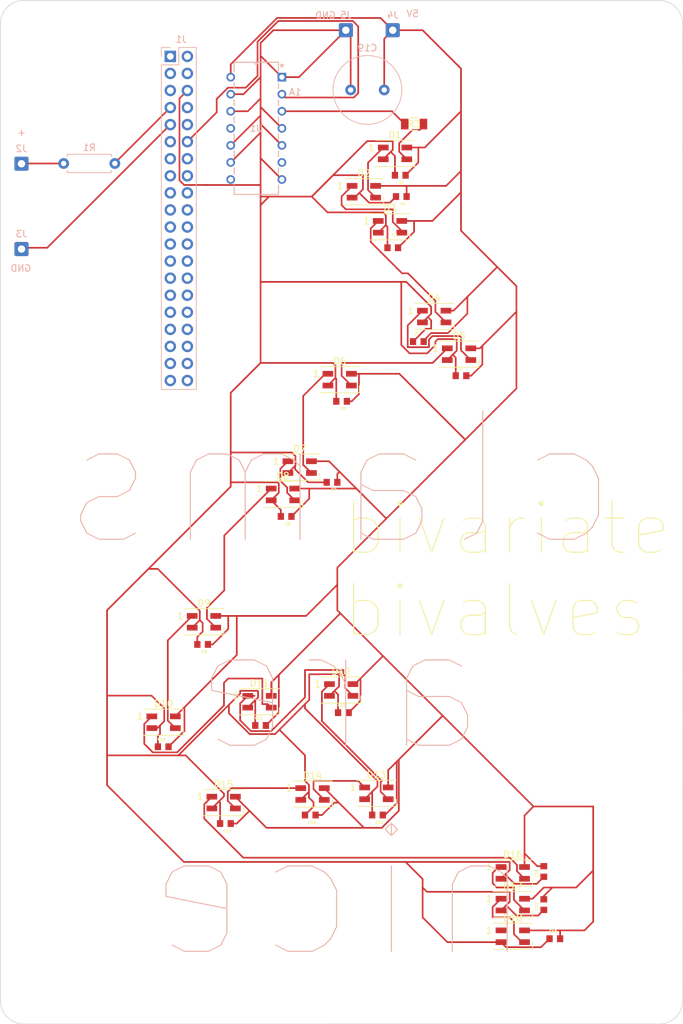
<source format=kicad_pcb>
(kicad_pcb (version 20221018) (generator pcbnew)
  (layers (0 "F.Cu" signal) (31 "B.Cu" signal) (34 "B.Paste" user) (35 "F.Paste" user) (36 "B.SilkS" user "B.Silkscreen") (37 "F.SilkS" user "F.Silkscreen") (38 "B.Mask" user) (39 "F.Mask" user) (44 "Edge.Cuts" user))
  (net 0 "")
  (net 1 "Net-(D1-VSS)")
  (net 2 "Net-(D1-VDD)")
  (net 3 "Net-(D1-DOUT)")
  (net 4 "Net-(D1-DIN)")
  (net 5 "Net-(D4-DOUT)")
  (net 6 "Net-(D7-DOUT)")
  (net 7 "Net-(D8-DOUT)")
  (net 8 "Net-(D10-DOUT)")
  (net 9 "Net-(D10-DIN)")
  (net 10 "Net-(D13-DOUT)")
  (net 11 "Net-(D14-DOUT)")
  (net 17 "Net-(J1-Pin_7)")
  (net 21 "Net-(J1-Pin_12)")
  (net 24 "unconnected-(J1-Pin_15-Pad15)")
  (net 50 "Net-(U1-1Y)")
  (net 54 "Net-(D15-DOUT)")
  (net 55 "Net-(J1-Pin_9)")
  (net 56 "Net-(J2-Pin_1)")
  (net 57 "Net-(D2-DOUT)")
  (net 58 "Net-(D3-DOUT)")
  (net 59 "Net-(D5-DOUT)")
  (net 60 "Net-(D6-DOUT)")
  (net 61 "Net-(D11-DOUT)")
  (net 62 "Net-(D12-DOUT)")
  (net 63 "Net-(D16-DOUT)")
  (net 64 "Net-(D17-DOUT)")
  (footprint "LED_SMD:LED_SK6812MINI_PLCC4_3.5x3.5mm_P1.75mm" (layer "F.Cu") (at 106.00168 150.52166)
    (fp_text reference "D13")
    (fp_text value "SK6812MINI" hide)
  )
  (footprint "LED_SMD:LED_SK6812MINI_PLCC4_3.5x3.5mm_P1.75mm" (layer "F.Cu") (at 126.3039 162.36822)
    (fp_text reference "D16")
    (fp_text value "SK6812MINI" hide)
  )
  (footprint "LED_SMD:LED_SK6812MINI_PLCC4_3.5x3.5mm_P1.75mm" (layer "F.Cu") (at 100.75658 135.13434)
    (fp_text reference "D12")
    (fp_text value "SK6812MINI" hide)
  )
  (footprint "LED_SMD:LED_SK6812MINI_PLCC4_3.5x3.5mm_P1.75mm" (layer "F.Cu") (at 96.48684 150.62072)
    (fp_text reference "D14")
    (fp_text value "SK6812MINI" hide)
  )
  (footprint "capacitors:CAPC1608X100N" (layer "F.Cu") (at 101.08 138.51)
    (fp_text reference "C12")
    (fp_text value "C")
  )
  (footprint "capacitors:CAPC1608X100N" (layer "F.Cu") (at 106.16 153.75 180)
    (fp_text reference "C13")
    (fp_text value "C")
  )
  (footprint "LED_SMD:LED_SK6812MINI_PLCC4_3.5x3.5mm_P1.75mm" (layer "F.Cu") (at 126.3039 167.085)
    (fp_text reference "D17")
    (fp_text value "SK6812MINI" hide)
  )
  (footprint "" (layer "F.Cu") (at 76.57 35.945 -90)
    (fp_text reference "")
    (fp_text value "")
  )
  (footprint "LED_SMD:LED_SK6812MINI_PLCC4_3.5x3.5mm_P1.75mm" (layer "F.Cu") (at 104.12716 60.95618)
    (fp_text reference "D2")
    (fp_text value "SK6812MINI" hide)
  )
  (footprint "" (layer "F.Cu") (at 53.57 35.945 -90)
    (fp_text reference "")
    (fp_text value "")
  )
  (footprint "LED_SMD:LED_SK6812MINI_PLCC4_3.5x3.5mm_P1.75mm" (layer "F.Cu") (at 108.02606 66.17588)
    (fp_text reference "D3")
    (fp_text value "SK6812MINI" hide)
  )
  (footprint "LED_SMD:LED_SK6812MINI_PLCC4_3.5x3.5mm_P1.75mm" (layer "F.Cu") (at 118.3029 85.14206)
    (fp_text reference "D5")
    (fp_text value "SK6812MINI" hide)
  )
  (footprint "" (layer "F.Cu") (at 76.57 93.945 -90)
    (fp_text reference "")
    (fp_text value "")
  )
  (footprint "MountingHole:MountingHole_2.1mm" (layer "F.Cu") (at 99.82 179.77)
    (fp_text reference "REF**" hide)
    (fp_text value "MountingHole_2.1mm" hide)
  )
  (footprint "MountingHole:MountingHole_2.1mm" (layer "F.Cu") (at 54.29 140.47)
    (fp_text reference "REF**" hide)
    (fp_text value "MountingHole_2.1mm" hide)
  )
  (footprint "capacitors:CAPC1608X100N" (layer "F.Cu") (at 92.56 109.3 180)
    (fp_text reference "C8")
    (fp_text value "C")
  )
  (footprint "capacitors:CAPC1608X100N" (layer "F.Cu") (at 109.55 58.5 180)
    (fp_text reference "C1")
    (fp_text value "C")
  )
  (footprint "capacitors:CAPC1608X100N" (layer "F.Cu") (at 130.925 167.085 90)
    (fp_text reference "C17")
    (fp_text value "C")
  )
  (footprint "capacitors:CAPC1608X100N" (layer "F.Cu") (at 112.245 83.265)
    (fp_text reference "C4")
    (fp_text value "C")
  )
  (footprint "capacitors:CAPC1608X100N" (layer "F.Cu") (at 108.435 69.295 180)
    (fp_text reference "C3")
    (fp_text value "C")
  )
  (footprint "LED_SMD:LED_SK6812MINI_PLCC4_3.5x3.5mm_P1.75mm" (layer "F.Cu") (at 108.77028 55.24626)
    (fp_text reference "D1")
    (fp_text value "SK6812MINI")
  )
  (footprint "MountingHole:MountingHole_2.1mm" (layer "F.Cu") (at 147.46 36.34)
    (fp_text reference "REF**" hide)
    (fp_text value "MountingHole_2.1mm" hide)
  )
  (footprint "LED_SMD:LED_SK6812MINI_PLCC4_3.5x3.5mm_P1.75mm" (layer "F.Cu") (at 126.3039 171.80432)
    (fp_text reference "D18")
    (fp_text value "SK6812MINI" hide)
  )
  (footprint "capacitors:CAPC1608X100N" (layer "F.Cu") (at 109.705 61.675 180)
    (fp_text reference "C2")
    (fp_text value "C")
  )
  (footprint "capacitors:CAPC1608X100N" (layer "F.Cu") (at 83.515 155.02 180)
    (fp_text reference "C15")
    (fp_text value "C")
  )
  (footprint "LED_SMD:LED_SK6812MINI_PLCC4_3.5x3.5mm_P1.75mm" (layer "F.Cu") (at 100.5229 88.93174)
    (fp_text reference "D6")
    (fp_text value "SK6812MINI" hide)
  )
  (footprint "capacitors:CAPC1608X100N" (layer "F.Cu") (at 130.925 162.16 90)
    (fp_text reference "C16")
    (fp_text value "C")
  )
  (footprint "LED_SMD:LED_SK6812MINI_PLCC4_3.5x3.5mm_P1.75mm" (layer "F.Cu") (at 74.30756 139.93748)
    (fp_text reference "D10")
    (fp_text value "SK6812MINI" hide)
  )
  (footprint "capacitors:CAPC1608X100N" (layer "F.Cu") (at 132.565 172.165)
    (fp_text reference "C18")
    (fp_text value "C")
  )
  (footprint "capacitors:CAPC1608X100N" (layer "F.Cu") (at 88.75 140.415)
    (fp_text reference "C11")
    (fp_text value "C")
  )
  (footprint "LED_SMD:LED_SK6812MINI_PLCC4_3.5x3.5mm_P1.75mm" (layer "F.Cu") (at 92.08502 106.02086)
    (fp_text reference "D8")
    (fp_text value "SK6812MINI" hide)
  )
  (footprint "LED_SMD:LED_SK6812MINI_PLCC4_3.5x3.5mm_P1.75mm" (layer "F.Cu") (at 94.57168 101.95432)
    (fp_text reference "D7")
    (fp_text value "SK6812MINI" hide)
  )
  (footprint "" (layer "F.Cu") (at 53.57 93.945 -90)
    (fp_text reference "")
    (fp_text value "")
  )
  (footprint "LED_SMD:LED_SK6812MINI_PLCC4_3.5x3.5mm_P1.75mm" (layer "F.Cu") (at 88.59252 136.8844)
    (fp_text reference "D11")
    (fp_text value "SK6812MINI" hide)
  )
  (footprint "capacitors:CAPC1608X100N" (layer "F.Cu") (at 74.255 143.59)
    (fp_text reference "C10")
    (fp_text value "C")
  )
  (footprint "capacitors:CAPC1608X100N" (layer "F.Cu") (at 100.815 92.155 180)
    (fp_text reference "C6")
    (fp_text value "C")
  )
  (footprint "footprints:RC1206N_YAG" (layer "F.Cu") (at 111.61 50.88)
    (fp_text reference "R3")
    (fp_text value "RC1206JR-07300RL")
  )
  (footprint "capacitors:CAPC1608X100N" (layer "F.Cu") (at 80.125 128.35 180)
    (fp_text reference "C9")
    (fp_text value "C")
  )
  (footprint "LED_SMD:LED_SK6812MINI_PLCC4_3.5x3.5mm_P1.75mm" (layer "F.Cu") (at 114.6072 79.53628)
    (fp_text reference "D4")
    (fp_text value "SK6812MINI" hide)
  )
  (footprint "LED_SMD:LED_SK6812MINI_PLCC4_3.5x3.5mm_P1.75mm" (layer "F.Cu") (at 80.32228 124.98196)
    (fp_text reference "D9")
    (fp_text value "SK6812MINI" hide)
  )
  (footprint "capacitors:CAPC1608X100N" (layer "F.Cu") (at 99.39 104.22 180)
    (fp_text reference "C7")
    (fp_text value "C")
  )
  (footprint "capacitors:CAPC1608X100N" (layer "F.Cu") (at 118.595 88.345)
    (fp_text reference "C5")
    (fp_text value "C")
  )
  (footprint "LED_SMD:LED_SK6812MINI_PLCC4_3.5x3.5mm_P1.75mm" (layer "F.Cu") (at 83.24582 151.8958)
    (fp_text reference "D15")
    (fp_text value "SK6812MINI" hide)
  )
  (footprint "capacitors:CAPC1608X100N" (layer "F.Cu") (at 96.155 153.75 180)
    (fp_text reference "C14")
    (fp_text value "C")
  )
  (footprint "Connector_PinSocket_2.54mm:PinSocket_2x20_P2.54mm_Vertical" (layer "B.Cu") (at 75.31 40.805 180)
    (fp_text reference "J1")
    (fp_text value "Conn_02x20_Odd_Even" hide)
  )
  (footprint "Connector_Wire:SolderWire-0.5sqmm_1x01_D0.9mm_OD2.1mm" (layer "B.Cu") (at 101.45 36.91 180)
    (fp_text reference "J5")
    (fp_text value "Conn_01x01")
  )
  (footprint "Resistor_THT:R_Axial_DIN0207_L6.3mm_D2.5mm_P7.62mm_Horizontal" (layer "B.Cu") (at 67.05 56.75 180)
    (fp_text reference "R1")
    (fp_text value "R")
  )
  (footprint "levelshifter:N14" (layer "B.Cu") (at 84.305 59.135 180)
    (fp_text reference "U1")
    (fp_text value "SN74AHCT125N")
  )
  (footprint "Connector_Wire:SolderWire-0.5sqmm_1x01_D0.9mm_OD2.1mm" (layer "B.Cu") (at 53.15 69.49 180)
    (fp_text reference "J3")
    (fp_text value "Conn_01x01" hide)
  )
  (footprint "Capacitor_THT:C_Radial_D10.0mm_H16.0mm_P5.00mm" (layer "B.Cu") (at 107.165 45.8 180)
    (fp_text reference "C19")
    (fp_text value "C")
  )
  (footprint "Connector_Wire:SolderWire-0.5sqmm_1x01_D0.9mm_OD2.1mm" (layer "B.Cu") (at 108.435 36.91 180)
    (fp_text reference "J4")
    (fp_text value "Conn_01x01" hide)
  )
  (footprint "Connector_Wire:SolderWire-0.5sqmm_1x01_D0.9mm_OD2.1mm" (layer "B.Cu") (at 53.15 56.79 180)
    (fp_text reference "J2")
    (fp_text value "Conn_01x01" hide)
  )
  (gr_arc (start 148.1 32.48) (mid 150.634375 33.561618) (end 151.606799 36.139863) (stroke (width 0.1)) (layer "Edge.Cuts"))
  (gr_line (start 148.1 32.48) (end 53.659863 32.463201) (stroke (width 0.1)) (layer "Edge.Cuts"))
  (gr_line (start 151.606799 36.139863) (end 151.62 181.35) (stroke (width 0.1)) (layer "Edge.Cuts"))
  (gr_line (start 53.52 184.86) (end 147.960137 184.856799) (stroke (width 0.1)) (layer "Edge.Cuts"))
  (gr_arc (start 50 35.97) (mid 51.081618 33.435624) (end 53.659863 32.463201) (stroke (width 0.1)) (layer "Edge.Cuts"))
  (gr_line (start 50 35.97) (end 50.013201 181.200137) (stroke (width 0.1)) (layer "Edge.Cuts"))
  (gr_arc (start 53.52 184.86) (mid 50.985625 183.778382) (end 50.013201 181.200137) (stroke (width 0.1)) (layer "Edge.Cuts"))
  (gr_arc (start 151.62 181.35) (mid 150.538382 183.884375) (end 147.960137 184.856799) (stroke (width 0.1)) (layer "Edge.Cuts"))
  (gr_text "+" (at 53.88 52.72) (layer "B.SilkS") (effects (font (size 1 1)) (justify left bottom mirror)))
  (gr_text "1A\n" (at 94.9 46.7) (layer "B.SilkS") (effects (font (size 1 1)) (justify left bottom mirror)))
  (gr_text "GND\n" (at 54.68 72.93) (layer "B.SilkS") (effects (font (size 1 1)) (justify left bottom mirror)))
  (gr_text "clams\nare\nnice" (at 100.52 176.37) (layer "B.SilkS") (effects (font (size 19.05 19.05)) (justify bottom mirror)))
  (gr_text "5V\n" (at 112.4 35.03) (layer "B.SilkS") (effects (font (size 1 1)) (justify left bottom mirror)))
  (gr_text "GND\n" (at 100.03 35.29) (layer "B.SilkS") (effects (font (size 1 1)) (justify left bottom mirror)))
  (gr_text "bivariate\nbivalves" (at 100.7 127.83) (layer "F.SilkS") (effects (font (size 7.62 7.62)) (justify left bottom)))
  (segment (start 114.15 80.09) (end 113.66424 79.60424) (width 0.25) (layer "F.Cu") (net 1))
  (segment (start 113.515 165.18) (end 125.845 165.18) (width 0.25) (layer "F.Cu") (net 1))
  (segment (start 130.09 168.71) (end 126.835 168.71) (width 0.25) (layer "F.Cu") (net 1))
  (segment (start 95.365 144.86) (end 91.555 141.05) (width 0.25) (layer "F.Cu") (net 1))
  (segment (start 88.75 43.895) (end 88.75 47.07) (width 0.25) (layer "F.Cu") (net 1))
  (segment (start 83.3 150.575) (end 83.3 150.96662) (width 0.25) (layer "F.Cu") (net 1))
  (segment (start 84.305 99.775) (end 84.305 104.22) (width 0.25) (layer "F.Cu") (net 1))
  (segment (start 88.75 43.895) (end 86.21 46.435) (width 0.25) (layer "F.Cu") (net 1))
  (segment (start 100.29 135.815) (end 99.74546 135.27046) (width 0.25) (layer "F.Cu") (net 1))
  (segment (start 114.15 81.36) (end 114.15 80.09) (width 0.25) (layer "F.Cu") (net 1))
  (segment (start 103.99 58.5) (end 103.99 60.59334) (width 0.25) (layer "F.Cu") (net 1))
  (segment (start 93.94668 101.70432) (end 93.9005 101.7505) (width 0.25) (layer "F.Cu") (net 1))
  (segment (start 112.88 164.545) (end 113.515 165.18) (width 0.25) (layer "F.Cu") (net 1))
  (segment (start 84.305 56.595) (end 88.75 52.15) (width 0.25) (layer "F.Cu") (net 1))
  (segment (start 101.45 36.91) (end 94.465 43.895) (width 0.25) (layer "F.Cu") (net 1))
  (segment (start 96.635 151.845) (end 95.952698 151.162698) (width 0.25) (layer "F.Cu") (net 1))
  (segment (start 88.75 40.72) (end 88.75 43.895) (width 0.25) (layer "F.Cu") (net 1))
  (segment (start 125.845 165.18) (end 125.845 166.6689) (width 0.25) (layer "F.Cu") (net 1))
  (segment (start 100.025 92.155) (end 100.025 88.80884) (width 0.25) (layer "F.Cu") (net 1))
  (segment (start 98.725 64.03) (end 106.98 64.03) (width 0.25) (layer "F.Cu") (net 1))
  (segment (start 112.88 164.545) (end 112.88 163.275) (width 0.25) (layer "F.Cu") (net 1))
  (segment (start 131.775 172.165) (end 130.51068 173.42932) (width 0.25) (layer "F.Cu") (net 1))
  (segment (start 76.675 59.261701) (end 77.363299 59.95) (width 0.25) (layer "F.Cu") (net 1))
  (segment (start 117.805 88.345) (end 117.805 85.65) (width 0.25) (layer "F.Cu") (net 1))
  (segment (start 129.88178 163.99322) (end 126.56322 163.99322) (width 0.25) (layer "F.Cu") (net 1))
  (segment (start 96.635 152.48) (end 96.635 151.845) (width 0.25) (layer "F.Cu") (net 1))
  (segment (start 83.3 150.96662) (end 82.54331 151.72331) (width 0.25) (layer "F.Cu") (net 1))
  (segment (start 82.725 155.02) (end 82.725 151.905) (width 0.25) (layer "F.Cu") (net 1))
  (segment (start 74.41 139.78) (end 73.775 140.415) (width 0.25) (layer "F.Cu") (net 1))
  (segment (start 93.9005 101.7505) (end 92.82168 102.82932) (width 0.25) (layer "F.Cu") (net 1))
  (segment (start 104.625 53.42) (end 108.435 53.42) (width 0.25) (layer "F.Cu") (net 1))
  (segment (start 110.44592 74.375) (end 114.15 78.07908) (width 0.25) (layer "F.Cu") (net 1))
  (segment (start 88.75 49.61) (end 84.305 54.055) (width 0.25) (layer "F.Cu") (net 1))
  (segment (start 108.00882 62.58118) (end 104.89618 62.58118) (width 0.25) (layer "F.Cu") (net 1))
  (segment (start 73.44532 117.105) (end 79.69728 123.35696) (width 0.25) (layer "F.Cu") (net 1))
  (segment (start 99.545 86.44) (end 99.8979 86.7929) (width 0.25) (layer "F.Cu") (net 1))
  (segment (start 84.305 104.22) (end 84.305 104.855) (width 0.25) (layer "F.Cu") (net 1))
  (segment (start 96 136.605) (end 96 132.795) (width 0.25) (layer "F.Cu") (net 1))
  (segment (start 122.67 172.67932) (end 116.56932 172.67932) (width 0.25) (layer "F.Cu") (net 1))
  (segment (start 80.125 126.445) (end 80.125 125.15968) (width 0.25) (layer "F.Cu") (net 1))
  (segment (start 113.36 81.36) (end 114.15 81.36) (width 0.25) (layer "F.Cu") (net 1))
  (segment (start 91.29 104.22) (end 91.46002 104.39002) (width 0.25) (layer "F.Cu") (net 1))
  (segment (start 88.75 86.44) (end 99.545 86.44) (width 0.25) (layer "F.Cu") (net 1))
  (segment (start 112.88 168.99) (end 112.88 164.545) (width 0.25) (layer "F.Cu") (net 1))
  (segment (start 88.75 38.815) (end 88.75 40.72) (width 0.25) (layer "F.Cu") (net 1))
  (segment (start 88.75 52.15) (end 88.75 54.055) (width 0.25) (layer "F.Cu") (net 1))
  (segment (start 102.165 37.625) (end 101.45 36.91) (width 0.25) (layer "F.Cu") (net 1))
  (segment (start 108.76 58.5) (end 108.76 55.65) (width 0.25) (layer "F.Cu") (net 1))
  (segment (start 88.72 59.955) (end 88.75 59.985) (width 0.25) (layer "F.Cu") (net 1))
  (segment (start 90.905 141.7) (end 91.555 141.05) (width 0.25) (layer "F.Cu") (net 1))
  (segment (start 109.705 83.781396) (end 110.940664 85.01706) (width 0.25) (layer "F.Cu") (net 1))
  (segment (start 88.75 54.055) (end 88.75 55.96) (width 0.25) (layer "F.Cu") (net 1))
  (segment (start 87.87096 136.73096) (end 86.84252 137.7594) (width 0.25) (layer "F.Cu") (net 1))
  (segment (start 94.73684 151.49572) (end 95.952698 150.279862) (width 0.25) (layer "F.Cu") (net 1))
  (segment (start 95.365 153.75) (end 96.635 152.48) (width 0.25) (layer "F.Cu") (net 1))
  (segment (start 104.89618 62.58118) (end 103.44917 61.13417) (width 0.25) (layer "F.Cu") (net 1))
  (segment (start 73.465 141.995) (end 73.465 143.59) (width 0.25) (layer "F.Cu") (net 1))
  (segment (start 91.925 43.895) (end 88.75 40.72) (width 0.25) (layer "F.Cu") (net 1))
  (segment (start 77.363299 59.95) (end 80.875 59.95) (width 0.25) (layer "F.Cu") (net 1))
  (segment (start 107.645 66.16982) (end 107.40106 65.92588) (width 0.25) (layer "F.Cu") (net 1))
  (segment (start 90.655 36.91) (end 88.75 38.815) (width 0.25) (layer "F.Cu") (net 1))
  (segment (start 74.41 137.875) (end 74.41 139.78) (width 0.25) (layer "F.Cu") (net 1))
  (segment (start 76.501396 144.875) (end 84.035698 137.340698) (width 0.25) (layer "F.Cu") (net 1))
  (segment (start 65.89 144.86) (end 65.905 144.875) (width 0.25) (layer "F.Cu") (net 1))
  (segment (start 91.925 59.135) (end 88.75 55.96) (width 0.25) (layer "F.Cu") (net 1))
  (segment (start 88.3044 135.2594) (end 88.38 135.335) (width 0.25) (layer "F.Cu") (net 1))
  (segment (start 86.21 46.435) (end 84.305 46.435) (width 0.25) (layer "F.Cu") (net 1))
  (segment (start 88.38 135.335) (end 88.38 136.22192) (width 0.25) (layer "F.Cu") (net 1))
  (segment (start 87.96 136.82) (end 87.87096 136.73096) (width 0.25) (layer "F.Cu") (net 1))
  (segment (start 73.775 140.415) (end 73.775 141.685) (width 0.25) (layer "F.Cu") (net 1))
  (segment (start 106.159302 149.489038) (end 105.61667 150.03167) (width 0.25) (layer "F.Cu") (net 1))
  (segment (start 84.305 90.885) (end 84.305 99.775) (width 0.25) (layer "F.Cu") (net 1))
  (segment (start 117.805 85.65) (end 117.36248 85.20748) (width 0.25) (layer "F.Cu") (net 1))
  (segment (start 100.29 138.51) (end 100.29 135.815) (width 0.25) (layer "F.Cu") (net 1))
  (segment (start 130.51068 173.42932) (end 125.3039 173.42932) (width 0.25) (layer "F.Cu") (net 1))
  (segment (start 91.77 109.3) (end 91.77 108.33084) (width 0.25) (layer "F.Cu") (net 1))
  (segment (start 80.36 59.955) (end 80.88 59.955) (width 0.25) (layer "F.Cu") (net 1))
  (segment (start 84.035698 138.612094) (end 87.123604 141.7) (width 0.25) (layer "F.Cu") (net 1))
  (segment (start 96 132.795) (end 100.445 132.795) (width 0.25) (layer "F.Cu") (net 1))
  (segment (start 65.905 144.875) (end 76.501396 144.875) (width 0.25) (layer "F.Cu") (net 1))
  (segment (start 99.8979 88.68174) (end 98.7729 89.80674) (width 0.25) (layer "F.Cu") (net 1))
  (segment (start 88.75 50.88) (end 88.75 52.15) (width 0.25) (layer "F.Cu") (net 1))
  (segment (start 91.555 141.05) (end 95.365 137.24) (width 0.25) (layer "F.Cu") (net 1))
  (segment (start 100.025 88.80884) (end 99.8979 88.68174) (width 0.25) (layer "F.Cu") (net 1))
  (segment (start 106.159302 148.670698) (end 106.159302 149.489038) (width 0.25) (layer "F.Cu") (net 1))
  (segment (start 88.75 48.34) (end 88.75 49.61) (width 0.25) (layer "F.Cu") (net 1))
  (segment (start 96.37 61.675) (end 104.625 53.42) (width 0.25) (layer "F.Cu") (net 1))
  (segment (start 91.46002 104.39002) (end 91.46002 105.77086) (width 0.25) (layer "F.Cu") (net 1))
  (segment (start 88.75 50.88) (end 91.925 54.055) (width 0.25) (layer "F.Cu") (net 1))
  (segment (start 88.75 47.07) (end 86.845 48.975) (width 0.25) (layer "F.Cu") (net 1))
  (segment (start 113.549336 85.01706) (end 114.785 83.781396) (width 0.25) (layer "F.Cu") (net 1))
  (segment (start 99.545 58.5) (end 103.99 58.5) (width 0.25) (layer "F.Cu") (net 1))
  (segment (start 125.845 160.735) (end 125.845 161.95212) (width 0.25) (layer "F.Cu") (net 1))
  (segment (start 88.38 136.22192) (end 87.87096 136.73096) (width 0.25) (layer "F.Cu") (net 1))
  (segment (start 88.75 86.44) (end 84.305 90.885) (width 0.25) (layer "F.Cu") (net 1))
  (segment (start 88.75 59.985) (end 88.75 60.405) (width 0.25) (layer "F.Cu") (net 1))
  (segment (start 84.305 104.22) (end 91.29 104.22) (width 0.25) (layer "F.Cu") (net 1))
  (segment (start 96.37 61.675) (end 98.725 64.03) (width 0.25) (layer "F.Cu") (net 1))
  (segment (start 102.165 45.8) (end 102.165 37.625) (width 0.25) (layer "F.Cu") (net 1))
  (segment (start 76.675 47.06) (end 76.675 59.261701) (width 0.25) (layer "F.Cu") (net 1))
  (segment (start 130.925 162.95) (end 129.88178 163.99322) (width 0.25) (layer "F.Cu") (net 1))
  (segment (start 88.75 55.96) (end 88.75 58.5) (width 0.25) (layer "F.Cu") (net 1))
  (segment (start 88.75 48.34) (end 91.925 51.515) (width 0.25) (layer "F.Cu") (net 1))
  (segment (start 95.365 148.67) (end 95.365 144.86) (width 0.25) (layer "F.Cu") (net 1))
  (segment (start 108.435 53.42) (end 108.435 54.70654) (width 0.25) (layer "F.Cu") (net 1))
  (segment (start 115.155 82.895) (end 117.96 82.895) (width 0.25) (layer "F.Cu") (net 1))
  (segment (start 117.96 84.60996) (end 117.36248 85.20748) (width 0.25) (layer "F.Cu") (net 1))
  (segment (start 112.88 163.275) (end 110.34 160.735) (width 0.25) (layer "F.Cu") (net 1))
  (segment (start 103.44917 61.13417) (end 102.75216 61.83118) (width 0.25) (layer "F.Cu") (net 1))
  (segment (start 95.952698 151.162698) (end 95.952698 150.279862) (width 0.25) (layer "F.Cu") (net 1))
  (segment (start 125.18356 162.61356) (end 124.5539 163.24322) (width 0.25) (layer "F.Cu") (net 1))
  (segment (start 95.365 137.24) (end 95.365 137.876396) (width 0.25) (layer "F.Cu") (net 1))
  (segment (start 93.94668 100.32932) (end 93.94668 101.70432) (width 0.25) (layer "F.Cu") (net 1))
  (segment (start 94.465 43.895) (end 91.925 43.895) (width 0.25) (layer "F.Cu") (net 1))
  (segment (start 96.37 61.675) (end 99.545 58.5) (width 0.25) (layer "F.Cu") (net 1))
  (segment (start 65.89 149.305) (end 65.89 144.86) (width 0.25) (layer "F.Cu") (net 1))
  (segment (start 107.40106 64.45106) (end 107.40106 65.92588) (width 0.25) (layer "F.Cu") (net 1))
  (segment (start 79.335 128.35) (end 79.335 127.235) (width 0.25) (layer "F.Cu") (net 1))
  (segment (start 88.75 47.07) (end 88.75 48.34) (width 0.25) (layer "F.Cu") (net 1))
  (segment (start 125.845 161.95212) (end 125.18356 162.61356) (width 0.25) (layer "F.Cu") (net 1))
  (segment (start 72.505 135.97) (end 74.41 137.875) (width 0.25) (layer "F.Cu") (net 1))
  (segment (start 77.85 45.885) (end 76.675 47.06) (width 0.25) (layer "F.Cu") (net 1))
  (segment (start 73.37752 140.81248) (end 72.55756 140.81248) (width 0.25) (layer "F.Cu") (net 1))
  (segment (start 77.6 144.875) (end 83.3 150.575) (width 0.25) (layer "F.Cu") (net 1))
  (segment (start 88.75 60.405) (end 88.75 61.675) (width 0.25) (layer "F.Cu") (net 1))
  (segment (start 84.305 104.855) (end 72.055 117.105) (width 0.25) (layer "F.Cu") (net 1))
  (segment (start 106.98 64.03) (end 107.40106 64.45106) (width 0.25) (layer "F.Cu") (net 1))
  (segment (start 108.435 54.70654) (end 108.12577 55.01577) (width 0.25) (layer "F.Cu") (net 1))
  (segment (start 65.89 135.97) (end 72.505 135.97) (width 0.25) (layer "F.Cu") (net 1))
  (segment (start 88.75 74.375) (end 88.75 77.55) (width 0.25) (layer "F.Cu") (net 1))
  (segment (start 114.15 78.07908) (end 114.15 79.11848) (width 0.25) (layer "F.Cu") (net 1))
  (segment (start 130.925 167.875) (end 130.09 168.71) (width 0.25) (layer "F.Cu") (net 1))
  (segment (start 82.725 151.905) (end 82.54331 151.72331) (width 0.25) (layer "F.Cu") (net 1))
  (segment (start 84.305 99.775) (end 93.39236 99.775) (width 0.25) (layer "F.Cu") (net 1))
  (segment (start 125.3039 173.42932) (end 124.5539 172.67932) (width 0.25) (layer "F.Cu") (net 1))
  (segment (start 91.46002 105.77086) (end 90.33502 106.89586) (width 0.25) (layer "F.Cu") (net 1))
  (segment (start 80.875 59.95) (end 80.88 59.955) (width 0.25) (layer "F.Cu") (net 1))
  (segment (start 125.31945 167.19445) (end 124.5539 167.96) (width 0.25) (layer "F.Cu") (net 1))
  (segment (start 103.99 60.59334) (end 103.44917 61.13417) (width 0.25) (layer "F.Cu") (net 1))
  (segment (start 105.37 150.27834) (end 105.61667 150.03167) (width 0.25) (layer "F.Cu") (net 1))
  (segment (start 88.75 80.725) (end 88.75 86.44) (width 0.25) (layer "F.Cu") (net 1))
  (segment (start 77.32 160.735) (end 65.89 149.305) (width 0.25) (layer "F.Cu") (net 1))
  (segment (start 84.035698 137.340698) (end 84.035698 138.612094) (width 0.25) (layer "F.Cu") (net 1))
  (segment (start 126.56322 163.99322) (end 125.18356 162.61356) (width 0.25) (layer "F.Cu") (net 1))
  (segment (start 88.75 58.5) (end 88.75 59.77) (width 0.25) (layer "F.Cu") (net 1))
  (segment (start 110.34 160.735) (end 125.845 160.735) (width 0.25) (layer "F.Cu") (net 1))
  (segment (start 76.501396 144.875) (end 77.6 144.875) (width 0.25) (layer "F.Cu") (net 1))
  (segment (start 98.6 104.22) (end 95.83736 104.22) (width 0.25) (layer "F.Cu") (net 1))
  (segment (start 107.645 69.295) (end 107.645 66.16982) (width 0.25) (layer "F.Cu") (net 1))
  (segment (start 88.75 59.77) (end 88.75 59.985) (width 0.25) (layer "F.Cu") (net 1))
  (segment (start 105.37 153.75) (end 105.37 150.27834) (width 0.25) (layer "F.Cu") (net 1))
  (segment (start 85.71752 135.658876) (end 85.71752 135.2594) (width 0.25) (layer "F.Cu") (net 1))
  (segment (start 91.77 108.33084) (end 90.33502 106.89586) (width 0.25) (layer "F.Cu") (net 1))
  (segment (start 101.45 36.91) (end 90.655 36.91) (width 0.25) (layer "F.Cu") (net 1))
  (segment (start 108.915 61.675) (end 108.00882 62.58118) (width 0.25) (layer "F.Cu") (net 1))
  (segment (start 107.40106 65.92588) (end 106.27606 67.05088) (width 0.25) (layer "F.Cu") (net 1))
  (segment (start 88.75 61.675) (end 88.75 62.945) (width 0.25) (layer "F.Cu") (net 1))
  (segment (start 114.15 79.11848) (end 113.66424 79.60424) (width 0.25) (layer "F.Cu") (net 1))
  (segment (start 87.123604 141.7) (end 90.905 141.7) (width 0.25) (layer "F.Cu") (net 1))
  (segment (start 80.88 59.955) (end 88.72 59.955) (width 0.25) (layer "F.Cu") (net 1))
  (segment (start 108.76 55.65) (end 108.12577 55.01577) (width 0.25) (layer "F.Cu") (net 1))
  (segment (start 73.775 141.685) (end 73.465 141.995) (width 0.25) (layer "F.Cu") (net 1))
  (segment (start 126.835 168.71) (end 125.31945 167.19445) (width 0.25) (layer "F.Cu") (net 1))
  (segment (start 125.845 166.6689) (end 125.31945 167.19445) (width 0.25) (layer "F.Cu") (net 1))
  (segment (start 93.39236 99.775) (end 93.94668 100.32932) (width 0.25) (layer "F.Cu") (net 1))
  (segment (start 80.125 125.15968) (end 79.69728 124.73196) (width 0.25) (layer "F.Cu") (net 1))
  (segment (start 73.775 140.415) (end 73.37752 140.81248) (width 0.25) (layer "F.Cu") (net 1))
  (segment (start 79.69728 123.35696) (end 79.69728 124.73196) (width 0.25) (layer "F.Cu") (net 1))
  (segment (start 108.12577 55.01577) (end 107.02028 56.12126) (width 0.25) (layer "F.Cu") (net 1))
  (segment (start 95.365 137.24) (end 96 136.605) (width 0.25) (layer "F.Cu") (net 1))
  (segment (start 105.61667 150.03167) (end 104.25168 151.39666) (width 0.25) (layer "F.Cu") (net 1))
  (segment (start 86.845 48.975) (end 84.305 48.975) (width 0.25) (layer "F.Cu") (net 1))
  (segment (start 85.71752 135.2594) (end 88.3044 135.2594) (width 0.25) (layer "F.Cu") (net 1))
  (segment (start 117.96 82.895) (end 117.96 84.60996) (width 0.25) (layer "F.Cu") (net 1))
  (segment (start 84.035698 137.340698) (end 85.71752 135.658876) (width 0.25) (layer "F.Cu") (net 1))
  (segment (start 113.66424 79.60424) (end 112.8572 80.41128) (width 0.25) (layer "F.Cu") (net 1))
  (segment (start 95.365 137.876396) (end 106.159302 148.670698) (width 0.25) (layer "F.Cu") (net 1))
  (segment (start 116.56932 172.67932) (end 112.88 168.99) (width 0.25) (layer "F.Cu") (net 1))
  (segment (start 82.54331 151.72331) (end 81.49582 152.7708) (width 0.25) (layer "F.Cu") (net 1))
  (segment (start 65.89 144.86) (end 65.89 135.97) (width 0.25) (layer "F.Cu") (net 1))
  (segment (start 117.36248 85.20748) (end 116.5529 86.01706) (width 0.25) (layer "F.Cu") (net 1))
  (segment (start 87.96 140.415) (end 87.96 136.82) (width 0.25) (layer "F.Cu") (net 1))
  (segment (start 109.705 74.375) (end 110.44592 74.375) (width 0.25) (layer "F.Cu") (net 1))
  (segment (start 88.75 74.375) (end 109.705 74.375) (width 0.25) (layer "F.Cu") (net 1))
  (segment (start 114.785 83.781396) (end 114.785 83.265) (width 0.25) (layer "F.Cu") (net 1))
  (segment (start 79.69728 124.73196) (end 78.57228 125.85696) (width 0.25) (layer "F.Cu") (net 1))
  (segment (start 102.75216 61.83118) (end 102.37716 61.83118) (width 0.25) (layer "F.Cu") (net 1))
  (segment (start 93.9005 102.28314) (end 93.9005 101.7505) (width 0.25) (layer "F.Cu") (net 1))
  (segment (start 95.83736 104.22) (end 93.9005 102.28314) (width 0.25) (layer "F.Cu") (net 1))
  (segment (start 100.445 134.57092) (end 99.74546 135.27046) (width 0.25) (layer "F.Cu") (net 1))
  (segment (start 110.940664 85.01706) (end 113.549336 85.01706) (width 0.25) (layer "F.Cu") (net 1))
  (segment (start 95.952698 149.257698) (end 95.365 148.67) (width 0.25) (layer "F.Cu") (net 1))
  (segment (start 110.34 160.735) (end 77.32 160.735) (width 0.25) (layer "F.Cu") (net 1))
  (segment (start 95.952698 150.279862) (end 95.952698 149.257698) (width 0.25) (layer "F.Cu") (net 1))
  (segment (start 79.335 127.235) (end 80.125 126.445) (width 0.25) (layer "F.Cu") (net 1))
  (segment (start 124.5539 172.67932) (end 122.67 172.67932) (width 0.25) (layer "F.Cu") (net 1))
  (segment (start 88.75 77.55) (end 88.75 80.725) (width 0.25) (layer "F.Cu") (net 1))
  (segment (start 88.75 62.945) (end 88.75 74.375) (width 0.25) (layer "F.Cu") (net 1))
  (segment (start 99.8979 86.7929) (end 99.8979 88.68174) (width 0.25) (layer "F.Cu") (net 1))
  (segment (start 65.89 123.27) (end 65.89 135.97) (width 0.25) (layer "F.Cu") (net 1))
  (segment (start 95.735 61.675) (end 96.37 61.675) (width 0.25) (layer "F.Cu") (net 1))
  (segment (start 72.055 117.105) (end 73.44532 117.105) (width 0.25) (layer "F.Cu") (net 1))
  (segment (start 109.705 74.375) (end 109.705 83.781396) (width 0.25) (layer "F.Cu") (net 1))
  (segment (start 72.055 117.105) (end 65.89 123.27) (width 0.25) (layer "F.Cu") (net 1))
  (segment (start 88.75 49.61) (end 88.75 50.88) (width 0.25) (layer "F.Cu") (net 1))
  (segment (start 100.445 132.795) (end 100.445 134.57092) (width 0.25) (layer "F.Cu") (net 1))
  (segment (start 111.455 83.265) (end 113.36 81.36) (width 0.25) (layer "F.Cu") (net 1))
  (segment (start 88.75 62.945) (end 89.86382 61.83118) (width 0.25) (layer "F.Cu") (net 1))
  (segment (start 88.75 61.675) (end 95.735 61.675) (width 0.25) (layer "F.Cu") (net 1))
  (segment (start 99.74546 135.27046) (end 99.00658 136.00934) (width 0.25) (layer "F.Cu") (net 1))
  (segment (start 114.785 83.265) (end 115.155 82.895) (width 0.25) (layer "F.Cu") (net 1))
  (segment (start 103.355 88.05674) (end 102.2729 88.05674) (width 0.25) (layer "F.Cu") (net 2))
  (segment (start 83.935 124.10696) (end 82.07228 124.10696) (width 0.25) (layer "F.Cu") (net 2))
  (segment (start 112.245 54.37126) (end 110.52028 54.37126) (width 0.25) (layer "F.Cu") (net 2))
  (segment (start 126.85 78.82) (end 126.85 90.25) (width 0.25) (layer "F.Cu") (net 2))
  (segment (start 130.925 165.815) (end 132.195 164.545) (width 0.25) (layer "F.Cu") (net 2))
  (segment (start 126.85 90.25) (end 119.23 97.87) (width 0.25) (layer "F.Cu") (net 2))
  (segment (start 138.28 152.48) (end 138.28 162.005) (width 0.25) (layer "F.Cu") (net 2))
  (segment (start 118.595 57.865) (end 118.595 58.5) (width 0.25) (layer "F.Cu") (net 2))
  (segment (start 130.925 161.37) (end 129.9589 161.37) (width 0.25) (layer "F.Cu") (net 2))
  (segment (start 100.39056 151.89944) (end 98.23684 149.74572) (width 0.25) (layer "F.Cu") (net 2))
  (segment (start 107.165 45.8) (end 107.165 38.18) (width 0.25) (layer "F.Cu") (net 2))
  (segment (start 91.555 132.795) (end 90.34252 134.00748) (width 0.25) (layer "F.Cu") (net 2))
  (segment (start 113.19874 54.37126) (end 112.245 54.37126) (width 0.25) (layer "F.Cu") (net 2))
  (segment (start 123.9925 72.1525) (end 119.5475 76.5975) (width 0.25) (layer "F.Cu") (net 2))
  (segment (start 102.325 92.155) (end 103.3979 91.0821) (width 0.25) (layer "F.Cu") (net 2))
  (segment (start 119.23 97.87) (end 107.4825 109.6175) (width 0.25) (layer "F.Cu") (net 2))
  (segment (start 133.355 172.165) (end 133.355 171.03932) (width 0.25) (layer "F.Cu") (net 2))
  (segment (start 116.64848 81.995) (end 114.15 81.995) (width 0.25) (layer "F.Cu") (net 2))
  (segment (start 84.305 43.895) (end 84.305 41.987208) (width 0.25) (layer "F.Cu") (net 2))
  (segment (start 121.77 86.68) (end 121.77 83.9) (width 0.25) (layer "F.Cu") (net 2))
  (segment (start 95.53304 124.10696) (end 85.205 124.10696) (width 0.25) (layer "F.Cu") (net 2))
  (segment (start 118.595 48.975) (end 113.19874 54.37126) (width 0.25) (layer "F.Cu") (net 2))
  (segment (start 101.87 138.51) (end 103.63158 136.74842) (width 0.25) (layer "F.Cu") (net 2))
  (segment (start 128.0539 153.8161) (end 128.0539 159.465) (width 0.25) (layer "F.Cu") (net 2))
  (segment (start 75.045 143.59) (end 77.41502 141.21998) (width 0.25) (layer "F.Cu") (net 2))
  (segment (start 111.61 65.30088) (end 109.77606 65.30088) (width 0.25) (layer "F.Cu") (net 2))
  (segment (start 91.46752 138.48748) (end 91.46752 132.88248) (width 0.25) (layer "F.Cu") (net 2))
  (segment (start 110.495 61.675) (end 110.495 60.23618) (width 0.25) (layer "F.Cu") (net 2))
  (segment (start 128.0539 159.465) (end 128.0539 161.49322) (width 0.25) (layer "F.Cu") (net 2))
  (segment (start 118.595 57.865) (end 116.37882 60.08118) (width 0.25) (layer "F.Cu") (net 2))
  (segment (start 91.207208 35.085) (end 106.61 35.085) (width 0.25) (layer "F.Cu") (net 2))
  (segment (start 103.63158 133.44158) (end 103.62 133.43) (width 0.25) (layer "F.Cu") (net 2))
  (segment (start 96 105.14586) (end 93.83502 105.14586) (width 0.25) (layer "F.Cu") (net 2))
  (segment (start 118.595 61.04) (end 114.33412 65.30088) (width 0.25) (layer "F.Cu") (net 2))
  (segment (start 138.28 169.625) (end 136.97568 170.92932) (width 0.25) (layer "F.Cu") (net 2))
  (segment (start 121.40294 84.26706) (end 120.0529 84.26706) (width 0.25) (layer "F.Cu") (net 2))
  (segment (start 90.34252 134.00748) (end 90.34252 136.0094) (width 0.25) (layer "F.Cu") (net 2))
  (segment (start 111.61 66.91) (end 111.61 65.30088) (width 0.25) (layer "F.Cu") (net 2))
  (segment (start 119.5475 79.09598) (end 119.5475 76.5975) (width 0.25) (layer "F.Cu") (net 2))
  (segment (start 97.905 153.75) (end 99.75556 151.89944) (width 0.25) (layer "F.Cu") (net 2))
  (segment (start 103.99 106.125) (end 100.4975 102.6325) (width 0.25) (layer "F.Cu") (net 2))
  (segment (start 109.335 153.115) (end 106.795 155.655) (width 0.25) (layer "F.Cu") (net 2))
  (segment (start 121.77 83.9) (end 121.40294 84.26706) (width 0.25) (layer "F.Cu") (net 2))
  (segment (start 132.195 164.545) (end 130.925 164.545) (width 0.25) (layer "F.Cu") (net 2))
  (segment (start 136.97568 170.92932) (end 133.465 170.92932) (width 0.25) (layer "F.Cu") (net 2))
  (segment (start 108.435 36.91) (end 112.88 36.91) (width 0.25) (layer "F.Cu") (net 2))
  (segment (start 109.225 69.295) (end 111.61 66.91) (width 0.25) (layer "F.Cu") (net 2))
  (segment (start 133.355 171.03932) (end 133.465 170.92932) (width 0.25) (layer "F.Cu") (net 2))
  (segment (start 106.61 35.085) (end 108.435 36.91) (width 0.25) (layer "F.Cu") (net 2))
  (segment (start 138.28 162.005) (end 138.28 169.625) (width 0.25) (layer "F.Cu") (net 2))
  (segment (start 84.305 41.987208) (end 91.207208 35.085) (width 0.25) (layer "F.Cu") (net 2))
  (segment (start 110.34 58.5) (end 112.245 56.595) (width 0.25) (layer "F.Cu") (net 2))
  (segment (start 85.205 124.10696) (end 83.935 124.10696) (width 0.25) (layer "F.Cu") (net 2))
  (segment (start 103.99 106.125) (end 103.01086 105.14586) (width 0.25) (layer "F.Cu") (net 2))
  (segment (start 103.3979 91.0821) (end 103.3979 88.09964) (width 0.25) (layer "F.Cu") (net 2))
  (segment (start 115.87 138.96) (end 129.39 152.48) (width 0.25) (layer "F.Cu") (net 2))
  (segment (start 107.4825 109.6175) (end 100.18 116.92) (width 0.25) (layer "F.Cu") (net 2))
  (segment (start 106.95 153.75) (end 107.27334 153.75) (width 0.25) (layer "F.Cu") (net 2))
  (segment (start 126.85 75.01) (end 126.85 78.82) (width 0.25) (layer "F.Cu") (net 2))
  (segment (start 103.01086 105.14586) (end 96 105.14586) (width 0.25) (layer "F.Cu") (net 2))
  (segment (start 100.18 102.95) (end 100.4975 102.6325) (width 0.25) (layer "F.Cu") (net 2))
  (segment (start 77.41502 141.21998) (end 77.41502 137.70502) (width 0.25) (layer "F.Cu") (net 2))
  (segment (start 138.28 162.005) (end 135.74 164.545) (width 0.25) (layer "F.Cu") (net 2))
  (segment (start 84.305 155.02) (end 85.205 155.02) (width 0.25) (layer "F.Cu") (net 2))
  (segment (start 118.595 58.5) (end 118.595 61.04) (width 0.25) (layer "F.Cu") (net 2))
  (segment (start 114.15 81.995) (end 113.035 83.11) (width 0.25) (layer "F.Cu") (net 2))
  (segment (start 130.925 164.545) (end 129.26 166.21) (width 0.25) (layer "F.Cu") (net 2))
  (segment (start 133.465 170.92932) (end 128.0539 170.92932) (width 0.25) (layer "F.Cu") (net 2))
  (segment (start 129.39 152.48) (end 128.0539 153.8161) (width 0.25) (layer "F.Cu") (net 2))
  (segment (start 129.9589 161.37) (end 128.0539 159.465) (width 0.25) (layer "F.Cu") (net 2))
  (segment (start 113.035 83.11) (end 113.035 83.265) (width 0.25) (layer "F.Cu") (net 2))
  (segment (start 110.34 60.08118) (end 105.87716 60.08118) (width 0.25) (layer "F.Cu") (net 2))
  (segment (start 118.595 66.755) (end 123.9925 72.1525) (width 0.25) (layer "F.Cu") (net 2))
  (segment (start 100.18 123.27) (end 100.63 123.72) (width 0.25) (layer "F.Cu") (net 2))
  (segment (start 123.9925 72.1525) (end 126.85 75.01) (width 0.25) (layer "F.Cu") (net 2))
  (segment (start 112.245 56.595) (end 112.245 54.37126) (width 0.25) (layer "F.Cu") (net 2))
  (segment (start 87.10001 153.12499) (end 84.99582 151.0208) (width 0.25) (layer "F.Cu") (net 2))
  (segment (start 96 106.65) (end 96 105.14586) (width 0.25) (layer "F.Cu") (net 2))
  (segment (start 118.595 48.975) (end 118.595 57.865) (width 0.25) (layer "F.Cu") (net 2))
  (segment (start 129.26 166.21) (end 128.0539 166.21) (width 0.25) (layer "F.Cu") (net 2))
  (segment (start 106.795 155.655) (end 104.14612 155.655) (width 0.25) (layer "F.Cu") (net 2))
  (segment (start 109.335 145.495) (end 109.0175 145.8125) (width 0.25) (layer "F.Cu") (net 2))
  (segment (start 119.5475 79.09598) (end 116.64848 81.995) (width 0.25) (layer "F.Cu") (net 2))
  (segment (start 118.595 61.04) (end 118.595 66.755) (width 0.25) (layer "F.Cu") (net 2))
  (segment (start 117.48372 78.66128) (end 116.3572 78.66128) (width 0.25) (layer "F.Cu") (net 2))
  (segment (start 109.41674 88.05674) (end 103.355 88.05674) (width 0.25) (layer "F.Cu") (net 2))
  (segment (start 115.87 138.96) (end 109.335 145.495) (width 0.25) (layer "F.Cu") (net 2))
  (segment (start 99.75556 151.89944) (end 100.39056 151.89944) (width 0.25) (layer "F.Cu") (net 2))
  (segment (start 100.63 123.72) (end 91.555 132.795) (width 0.25) (layer "F.Cu") (net 2))
  (segment (start 107.75168 147.07832) (end 107.75168 149.64666) (width 0.25) (layer "F.Cu") (net 2))
  (segment (start 85.205 124.10696) (end 85.205 129.91504) (width 0.25) (layer "F.Cu") (net 2))
  (segment (start 103.62 133.43) (end 102.79066 134.25934) (width 0.25) (layer "F.Cu") (net 2))
  (segment (start 119.385 88.345) (end 120.105 88.345) (width 0.25) (layer "F.Cu") (net 2))
  (segment (start 100.18 116.92) (end 100.18 119.46) (width 0.25) (layer "F.Cu") (net 2))
  (segment (start 109.0175 145.8125) (end 107.75168 147.07832) (width 0.25) (layer "F.Cu") (net 2))
  (segment (start 98.94432 101.07932) (end 96.32168 101.07932) (width 0.25) (layer "F.Cu") (net 2))
  (segment (start 91.46752 132.88248) (end 91.555 132.795) (width 0.25) (layer "F.Cu") (net 2))
  (segment (start 114.33412 65.30088) (end 111.61 65.30088) (width 0.25) (layer "F.Cu") (net 2))
  (segment (start 102.79066 134.25934) (end 102.50658 134.25934) (width 0.25) (layer "F.Cu") (net 2))
  (segment (start 107.4825 109.6175) (end 103.99 106.125) (width 0.25) (layer "F.Cu") (net 2))
  (segment (start 106.98 130.07) (end 103.62 133.43) (width 0.25) (layer "F.Cu") (net 2))
  (segment (start 116.37882 60.08118) (end 110.34 60.08118) (width 0.25) (layer "F.Cu") (net 2))
  (segment (start 126.85 78.82) (end 121.77 83.9) (width 0.25) (layer "F.Cu") (net 2))
  (segment (start 106.98 130.07) (end 115.87 138.96) (width 0.25) (layer "F.Cu") (net 2))
  (segment (start 83.935 126.05) (end 83.935 124.10696) (width 0.25) (layer "F.Cu") (net 2))
  (segment (start 81.635 128.35) (end 83.935 126.05) (width 0.25) (layer "F.Cu") (net 2))
  (segment (start 118.595 42.625) (end 118.595 48.975) (width 0.25) (layer "F.Cu") (net 2))
  (segment (start 119.23 97.87) (end 109.41674 88.05674) (width 0.25) (layer "F.Cu") (net 2))
  (segment (start 97.905 153.75) (end 96.945 153.75) (width 0.25) (layer "F.Cu") (net 2))
  (segment (start 110.495 60.23618) (end 110.34 60.08118) (width 0.25) (layer "F.Cu") (net 2))
  (segment (start 85.205 155.02) (end 87.10001 153.12499) (width 0.25) (layer "F.Cu") (net 2))
  (segment (start 104.14612 155.655) (end 89.63002 155.655) (width 0.25) (layer "F.Cu") (net 2))
  (segment (start 101.605 92.155) (end 102.325 92.155) (width 0.25) (layer "F.Cu") (net 2))
  (segment (start 103.3979 88.09964) (end 103.355 88.05674) (width 0.25) (layer "F.Cu") (net 2))
  (segment (start 80.915 128.35) (end 81.635 128.35) (width 0.25) (layer "F.Cu") (net 2))
  (segment (start 107.165 38.18) (end 108.435 36.91) (width 0.25) (layer "F.Cu") (net 2))
  (segment (start 100.4975 102.6325) (end 98.94432 101.07932) (width 0.25) (layer "F.Cu") (net 2))
  (segment (start 103.63158 136.74842) (end 103.63158 133.44158) (width 0.25) (layer "F.Cu") (net 2))
  (segment (start 107.27334 153.75) (end 109.0175 152.00584) (width 0.25) (layer "F.Cu") (net 2))
  (segment (start 120.105 88.345) (end 121.77 86.68) (width 0.25) (layer "F.Cu") (net 2))
  (segment (start 100.18 119.46) (end 95.53304 124.10696) (width 0.25) (layer "F.Cu") (net 2))
  (segment (start 100.18 119.46) (end 100.18 123.27) (width 0.25) (layer "F.Cu") (net 2))
  (segment (start 104.14612 155.655) (end 100.39056 151.89944) (width 0.25) (layer "F.Cu") (net 2))
  (segment (start 119.5475 76.5975) (end 117.48372 78.66128) (width 0.25) (layer "F.Cu") (net 2))
  (segment (start 109.0175 152.00584) (end 109.0175 145.8125) (width 0.25) (layer "F.Cu") (net 2))
  (segment (start 89.54 140.415) (end 91.46752 138.48748) (width 0.25) (layer "F.Cu") (net 2))
  (segment (start 100.18 104.22) (end 100.18 102.95) (width 0.25) (layer "F.Cu") (net 2))
  (segment (start 93.35 109.3) (end 96 106.65) (width 0.25) (layer "F.Cu") (net 2))
  (segment (start 85.205 129.91504) (end 77.41502 137.70502) (width 0.25) (layer "F.Cu") (net 2))
  (segment (start 77.41502 137.70502) (end 76.05756 139.06248) (width 0.25) (layer "F.Cu") (net 2))
  (segment (start 112.88 36.91) (end 118.595 42.625) (width 0.25) (layer "F.Cu") (net 2))
  (segment (start 100.63 123.72) (end 106.98 130.07) (width 0.25) (layer "F.Cu") (net 2))
  (segment (start 130.925 166.295) (end 130.925 165.815) (width 0.25) (layer "F.Cu") (net 2))
  (segment (start 109.335 145.495) (end 109.335 153.115) (width 0.25) (layer "F.Cu") (net 2))
  (segment (start 135.74 164.545) (end 132.195 164.545) (width 0.25) (layer "F.Cu") (net 2))
  (segment (start 89.63002 155.655) (end 87.10001 153.12499) (width 0.25) (layer "F.Cu") (net 2))
  (segment (start 129.39 152.48) (end 138.28 152.48) (width 0.25) (layer "F.Cu") (net 2))
  (segment (start 106.00216 61.83118) (end 105.87716 61.83118) (width 0.25) (layer "F.Cu") (net 3))
  (segment (start 107.02028 54.37126) (end 104.75216 56.63938) (width 0.25) (layer "F.Cu") (net 3))
  (segment (start 104.75216 56.63938) (end 104.75216 60.70618) (width 0.25) (layer "F.Cu") (net 3))
  (segment (start 104.75216 60.70618) (end 105.87716 61.83118) (width 0.25) (layer "F.Cu") (net 3))
  (segment (start 109.39528 53.72972) (end 109.39528 54.99626) (width 0.25) (layer "F.Cu") (net 4))
  (segment (start 111.3707 51.7543) (end 109.39528 53.72972) (width 0.25) (layer "F.Cu") (net 4))
  (segment (start 113.007 50.88) (end 113.007 51.196478) (width 0.25) (layer "F.Cu") (net 4))
  (segment (start 112.449178 51.7543) (end 111.3707 51.7543) (width 0.25) (layer "F.Cu") (net 4))
  (segment (start 109.39528 54.99626) (end 110.52028 56.12126) (width 0.25) (layer "F.Cu") (net 4))
  (segment (start 113.007 51.196478) (end 112.449178 51.7543) (width 0.25) (layer "F.Cu") (net 4))
  (segment (start 110.66 84.1) (end 113.83 84.1) (width 0.25) (layer "F.Cu") (net 5))
  (segment (start 113.83 84.1) (end 113.83 82.951396) (width 0.25) (layer "F.Cu") (net 5))
  (segment (start 110.66 80.85848) (end 110.66 84.1) (width 0.25) (layer "F.Cu") (net 5))
  (segment (start 112.8572 78.66128) (end 110.66 80.85848) (width 0.25) (layer "F.Cu") (net 5))
  (segment (start 114.336396 82.445) (end 118.41 82.445) (width 0.25) (layer "F.Cu") (net 5))
  (segment (start 118.595 82.63) (end 118.595 84.55916) (width 0.25) (layer "F.Cu") (net 5))
  (segment (start 118.595 84.55916) (end 120.0529 86.01706) (width 0.25) (layer "F.Cu") (net 5))
  (segment (start 113.83 82.951396) (end 114.336396 82.445) (width 0.25) (layer "F.Cu") (net 5))
  (segment (start 118.41 82.445) (end 118.595 82.63) (width 0.25) (layer "F.Cu") (net 5))
  (segment (start 92.82168 101.07932) (end 91.69668 102.20432) (width 0.25) (layer "F.Cu") (net 6))
  (segment (start 91.69668 102.20432) (end 91.69668 103.990284) (width 0.25) (layer "F.Cu") (net 6))
  (segment (start 91.69668 103.990284) (end 92.71002 105.003624) (width 0.25) (layer "F.Cu") (net 6))
  (segment (start 92.82168 101.07932) (end 92.94668 101.07932) (width 0.25) (layer "F.Cu") (net 6))
  (segment (start 92.71002 105.77086) (end 93.83502 106.89586) (width 0.25) (layer "F.Cu") (net 6))
  (segment (start 92.71002 105.003624) (end 92.71002 105.77086) (width 0.25) (layer "F.Cu") (net 6))
  (segment (start 90.33502 105.14586) (end 83.35 112.13088) (width 0.25) (layer "F.Cu") (net 7))
  (segment (start 83.35 120.295) (end 80.76 122.885) (width 0.25) (layer "F.Cu") (net 7))
  (segment (start 80.76 122.885) (end 80.76 124.54468) (width 0.25) (layer "F.Cu") (net 7))
  (segment (start 80.76 124.54468) (end 82.07228 125.85696) (width 0.25) (layer "F.Cu") (net 7))
  (segment (start 83.35 112.13088) (end 83.35 120.295) (width 0.25) (layer "F.Cu") (net 7))
  (segment (start 83.3 134.065) (end 83.935 133.43) (width 0.25) (layer "F.Cu") (net 8))
  (segment (start 89.015 137.24) (end 89.82312 137.24) (width 0.25) (layer "F.Cu") (net 8))
  (segment (start 83.3 137.44) (end 83.3 134.065) (width 0.25) (layer "F.Cu") (net 8))
  (segment (start 76.315 144.425) (end 83.3 137.44) (width 0.25) (layer "F.Cu") (net 8))
  (segment (start 72.705 144.425) (end 76.315 144.425) (width 0.25) (layer "F.Cu") (net 8))
  (segment (start 71.43256 143.15256) (end 72.705 144.425) (width 0.25) (layer "F.Cu") (net 8))
  (segment (start 89.015 133.43) (end 89.015 137.24) (width 0.25) (layer "F.Cu") (net 8))
  (segment (start 72.55756 139.06248) (end 71.43256 140.18748) (width 0.25) (layer "F.Cu") (net 8))
  (segment (start 89.82312 137.24) (end 90.34252 137.7594) (width 0.25) (layer "F.Cu") (net 8))
  (segment (start 71.43256 140.18748) (end 71.43256 143.15256) (width 0.25) (layer "F.Cu") (net 8))
  (segment (start 83.935 133.43) (end 89.015 133.43) (width 0.25) (layer "F.Cu") (net 8))
  (segment (start 74.93256 139.68748) (end 76.05756 140.81248) (width 0.25) (layer "F.Cu") (net 9))
  (segment (start 78.57228 124.10696) (end 74.93256 127.74668) (width 0.25) (layer "F.Cu") (net 9))
  (segment (start 74.93256 127.74668) (end 74.93256 139.68748) (width 0.25) (layer "F.Cu") (net 9))
  (segment (start 104.25168 149.64666) (end 103.27502 148.67) (width 0.25) (layer "F.Cu") (net 10))
  (segment (start 103.27502 148.67) (end 96.635 148.67) (width 0.25) (layer "F.Cu") (net 10))
  (segment (start 96.635 148.67) (end 96.635 149.89388) (width 0.25) (layer "F.Cu") (net 10))
  (segment (start 104.25168 149.64666) (end 104.62668 149.64666) (width 0.25) (layer "F.Cu") (net 10))
  (segment (start 96.635 149.89388) (end 98.23684 151.49572) (width 0.25) (layer "F.Cu") (net 10))
  (segment (start 94.73684 149.74572) (end 84.3959 149.74572) (width 0.25) (layer "F.Cu") (net 11))
  (segment (start 83.87082 150.2708) (end 83.87082 151.6458) (width 0.25) (layer "F.Cu") (net 11))
  (segment (start 84.3959 149.74572) (end 83.87082 150.2708) (width 0.25) (layer "F.Cu") (net 11))
  (segment (start 83.87082 151.6458) (end 84.99582 152.7708) (width 0.25) (layer "F.Cu") (net 11))
  (segment (start 67.16 56.575) (end 67.16 56.595) (width 0.25) (layer "F.Cu") (net 17))
  (segment (start 75.31 48.425) (end 67.05 56.685) (width 0.25) (layer "F.Cu") (net 17))
  (segment (start 67.05 56.685) (end 67.05 56.75) (width 0.25) (layer "F.Cu") (net 17))
  (segment (start 92.415 46.925) (end 91.925 46.435) (width 0.25) (layer "F.Cu") (net 21))
  (segment (start 88.3 43.708604) (end 88.3 38.628604) (width 0.25) (layer "F.Cu") (net 21))
  (segment (start 82.2147 49.1403) (end 77.85 53.505) (width 0.25) (layer "F.Cu") (net 21))
  (segment (start 103.29 36.336828) (end 103.29 46.265991) (width 0.25) (layer "F.Cu") (net 21))
  (segment (start 103.29 46.265991) (end 102.630991 46.925) (width 0.25) (layer "F.Cu") (net 21))
  (segment (start 82.2147 48.115) (end 82.2147 47.149694) (width 0.25) (layer "F.Cu") (net 21))
  (segment (start 88.3 38.628604) (end 91.393604 35.535) (width 0.25) (layer "F.Cu") (net 21))
  (segment (start 83.902094 45.4623) (end 86.546304 45.4623) (width 0.25) (layer "F.Cu") (net 21))
  (segment (start 82.2147 47.149694) (end 83.902094 45.4623) (width 0.25) (layer "F.Cu") (net 21))
  (segment (start 102.630991 46.925) (end 92.415 46.925) (width 0.25) (layer "F.Cu") (net 21))
  (segment (start 86.546304 45.4623) (end 88.3 43.708604) (width 0.25) (layer "F.Cu") (net 21))
  (segment (start 82.2147 48.115) (end 82.2147 49.1403) (width 0.25) (layer "F.Cu") (net 21))
  (segment (start 91.393604 35.535) (end 102.488172 35.535) (width 0.25) (layer "F.Cu") (net 21))
  (segment (start 102.488172 35.535) (end 103.29 36.336828) (width 0.25) (layer "F.Cu") (net 21))
  (segment (start 75.6116 58.9882) (end 75.7142 59.0908) (width 0.25) (layer "F.Cu") (net 24))
  (segment (start 91.925 48.975) (end 108.308 48.975) (width 0.25) (layer "F.Cu") (net 50))
  (segment (start 108.308 48.975) (end 110.213 50.88) (width 0.25) (layer "F.Cu") (net 50))
  (segment (start 80.37082 154.29582) (end 86.175 160.1) (width 0.25) (layer "F.Cu") (net 54))
  (segment (start 86.175 160.1) (end 125.846396 160.1) (width 0.25) (layer "F.Cu") (net 54))
  (segment (start 81.49582 151.0208) (end 80.37082 152.1458) (width 0.25) (layer "F.Cu") (net 54))
  (segment (start 80.37082 152.1458) (end 80.37082 154.29582) (width 0.25) (layer "F.Cu") (net 54))
  (segment (start 126.9289 162.11822) (end 128.0539 163.24322) (width 0.25) (layer "F.Cu") (net 54))
  (segment (start 126.9289 161.182504) (end 126.9289 162.11822) (width 0.25) (layer "F.Cu") (net 54))
  (segment (start 125.846396 160.1) (end 126.9289 161.182504) (width 0.25) (layer "F.Cu") (net 54))
  (segment (start 56.98 69.295) (end 53.345 69.295) (width 0.25) (layer "F.Cu") (net 55))
  (segment (start 53.345 69.295) (end 53.15 69.49) (width 0.25) (layer "F.Cu") (net 55))
  (segment (start 75.31 50.965) (end 56.98 69.295) (width 0.25) (layer "F.Cu") (net 55))
  (segment (start 53.345 56.595) (end 53.15 56.79) (width 0.25) (layer "F.Cu") (net 56))
  (segment (start 53.19 56.75) (end 53.15 56.79) (width 0.25) (layer "F.Cu") (net 56))
  (segment (start 59.43 56.75) (end 53.19 56.75) (width 0.25) (layer "F.Cu") (net 56))
  (segment (start 108.435 63.58) (end 108.435 65.44982) (width 0.25) (layer "F.Cu") (net 57))
  (segment (start 108.435 65.44982) (end 110.03606 67.05088) (width 0.25) (layer "F.Cu") (net 57))
  (segment (start 100.815 62.945) (end 101.45 63.58) (width 0.25) (layer "F.Cu") (net 57))
  (segment (start 109.40106 67.05088) (end 109.77606 67.05088) (width 0.25) (layer "F.Cu") (net 57))
  (segment (start 101.45 63.58) (end 108.435 63.58) (width 0.25) (layer "F.Cu") (net 57))
  (segment (start 100.815 61.64334) (end 100.815 62.945) (width 0.25) (layer "F.Cu") (net 57))
  (segment (start 102.37716 60.08118) (end 100.815 61.64334) (width 0.25) (layer "F.Cu") (net 57))
  (segment (start 114.785 78.83908) (end 116.3572 80.41128) (width 0.25) (layer "F.Cu") (net 58))
  (segment (start 105.15106 68.43106) (end 109.825 73.105) (width 0.25) (layer "F.Cu") (net 58))
  (segment (start 105.15106 66.42588) (end 105.15106 68.43106) (width 0.25) (layer "F.Cu") (net 58))
  (segment (start 109.825 73.105) (end 110.7 73.105) (width 0.25) (layer "F.Cu") (net 58))
  (segment (start 110.7 73.105) (end 114.785 77.19) (width 0.25) (layer "F.Cu") (net 58))
  (segment (start 114.785 77.19) (end 114.785 78.83908) (width 0.25) (layer "F.Cu") (net 58))
  (segment (start 106.27606 65.30088) (end 105.15106 66.42588) (width 0.25) (layer "F.Cu") (net 58))
  (segment (start 100.815 86.44) (end 100.815 88.345) (width 0.25) (layer "F.Cu") (net 59))
  (segment (start 100.815 88.345) (end 102.2729 89.8029) (width 0.25) (layer "F.Cu") (net 59))
  (segment (start 102.2729 89.8029) (end 102.2729 89.80674) (width 0.25) (layer "F.Cu") (net 59))
  (segment (start 116.5529 84.26706) (end 114.37996 86.44) (width 0.25) (layer "F.Cu") (net 59))
  (segment (start 114.37996 86.44) (end 100.815 86.44) (width 0.25) (layer "F.Cu") (net 59))
  (segment (start 98.7729 88.05674) (end 98.3979 88.05674) (width 0.25) (layer "F.Cu") (net 60))
  (segment (start 95.1 91.35464) (end 95.1 101.68) (width 0.25) (layer "F.Cu") (net 60))
  (segment (start 95.17236 101.68) (end 96.32168 102.82932) (width 0.25) (layer "F.Cu") (net 60))
  (segment (start 98.3979 88.05674) (end 95.1 91.35464) (width 0.25) (layer "F.Cu") (net 60))
  (segment (start 95.1 101.68) (end 95.17236 101.68) (width 0.25) (layer "F.Cu") (net 60))
  (segment (start 101.08 132.16) (end 101.08 132.82684) (width 0.25) (layer "F.Cu") (net 61))
  (segment (start 87.31 141.25) (end 90.335 141.25) (width 0.25) (layer "F.Cu") (net 61))
  (segment (start 90.335 141.25) (end 95.365 136.22) (width 0.25) (layer "F.Cu") (net 61))
  (segment (start 102.50658 136.00934) (end 102.50658 136.18342) (width 0.25) (layer "F.Cu") (net 61))
  (segment (start 85.71752 137.1344) (end 85.71752 139.65752) (width 0.25) (layer "F.Cu") (net 61))
  (segment (start 95.365 136.22) (end 95.365 132.16) (width 0.25) (layer "F.Cu") (net 61))
  (segment (start 101.38158 133.12842) (end 101.38158 134.88434) (width 0.25) (layer "F.Cu") (net 61))
  (segment (start 101.08 132.82684) (end 101.38158 133.12842) (width 0.25) (layer "F.Cu") (net 61))
  (segment (start 86.84252 136.0094) (end 85.71752 137.1344) (width 0.25) (layer "F.Cu") (net 61))
  (segment (start 101.38158 134.88434) (end 102.50658 136.00934) (width 0.25) (layer "F.Cu") (net 61))
  (segment (start 95.365 132.16) (end 101.08 132.16) (width 0.25) (layer "F.Cu") (net 61))
  (segment (start 87.853916 136.0094) (end 86.84252 136.0094) (width 0.25) (layer "F.Cu") (net 61))
  (segment (start 85.71752 139.65752) (end 87.31 141.25) (width 0.25) (layer "F.Cu") (net 61))
  (segment (start 106.62668 150.27166) (end 107.75168 151.39666) (width 0.25) (layer "F.Cu") (net 62))
  (segment (start 99.00658 134.25934) (end 97.88158 135.38434) (width 0.25) (layer "F.Cu") (net 62))
  (segment (start 106.795 148.67) (end 106.62668 148.83832) (width 0.25) (layer "F.Cu") (net 62))
  (segment (start 97.88158 139.75658) (end 106.795 148.67) (width 0.25) (layer "F.Cu") (net 62))
  (segment (start 106.62668 148.83832) (end 106.62668 150.27166) (width 0.25) (layer "F.Cu") (net 62))
  (segment (start 97.88158 135.38434) (end 97.88158 139.75658) (width 0.25) (layer "F.Cu") (net 62))
  (segment (start 124.1789 161.49322) (end 124.5539 161.49322) (width 0.25) (layer "F.Cu") (net 63))
  (segment (start 123.94 164.545) (end 126.48 164.545) (width 0.25) (layer "F.Cu") (net 63))
  (segment (start 123.94 164.545) (end 123.305 163.91) (width 0.25) (layer "F.Cu") (net 63))
  (segment (start 126.48 164.545) (end 126.48 166.3861) (width 0.25) (layer "F.Cu") (net 63))
  (segment (start 126.48 166.3861) (end 128.0539 167.96) (width 0.25) (layer "F.Cu") (net 63))
  (segment (start 123.305 162.36712) (end 124.1789 161.49322) (width 0.25) (layer "F.Cu") (net 63))
  (segment (start 123.305 163.91) (end 123.305 162.36712) (width 0.25) (layer "F.Cu") (net 63))
  (segment (start 125.845 168.99) (end 126.48 169.625) (width 0.25) (layer "F.Cu") (net 64))
  (segment (start 123.305 167.4589) (end 123.305 168.99) (width 0.25) (layer "F.Cu") (net 64))
  (segment (start 123.305 168.99) (end 125.845 168.99) (width 0.25) (layer "F.Cu") (net 64))
  (segment (start 126.48 169.625) (end 126.48 171.48042) (width 0.25) (layer "F.Cu") (net 64))
  (segment (start 127.6789 172.67932) (end 128.0539 172.67932) (width 0.25) (layer "F.Cu") (net 64))
  (segment (start 124.5539 166.21) (end 123.305 167.4589) (width 0.25) (layer "F.Cu") (net 64))
  (segment (start 126.48 171.48042) (end 127.6789 172.67932) (width 0.25) (layer "F.Cu") (net 64))
)
</source>
